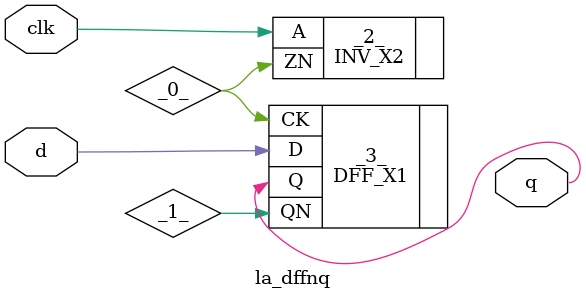
<source format=v>

/* Generated by Yosys 0.44 (git sha1 80ba43d26, g++ 11.4.0-1ubuntu1~22.04 -fPIC -O3) */

(* top =  1  *)
(* src = "inputs/la_dffnq.v:10.1-20.10" *)
module la_dffnq (
    d,
    clk,
    q
);
  wire _0_;
  (* unused_bits = "0" *)
  wire _1_;
  (* src = "inputs/la_dffnq.v:14.16-14.19" *)
  input clk;
  wire clk;
  (* src = "inputs/la_dffnq.v:13.16-13.17" *)
  input d;
  wire d;
  (* src = "inputs/la_dffnq.v:15.16-15.17" *)
  output q;
  wire q;
  INV_X2 _2_ (
      .A (clk),
      .ZN(_0_)
  );
  (* src = "inputs/la_dffnq.v:18.3-18.32" *)
  DFF_X1 _3_ (
      .CK(_0_),
      .D (d),
      .Q (q),
      .QN(_1_)
  );
endmodule

</source>
